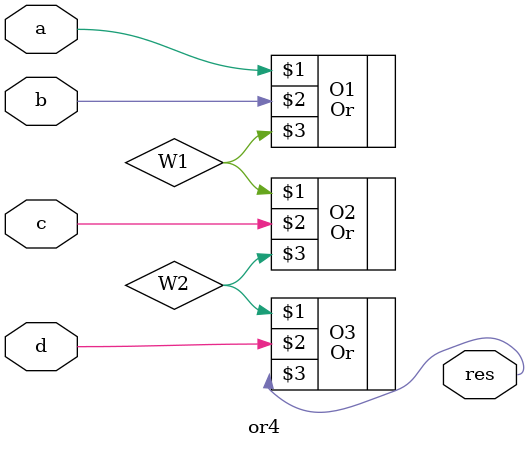
<source format=v>
module or4 (input a, b, c, d, output res);
    
    wire W1, W2;

    Or O1(a, b, W1);
    Or O2(W1, c, W2);
    Or O3(W2, d, res);

endmodule
</source>
